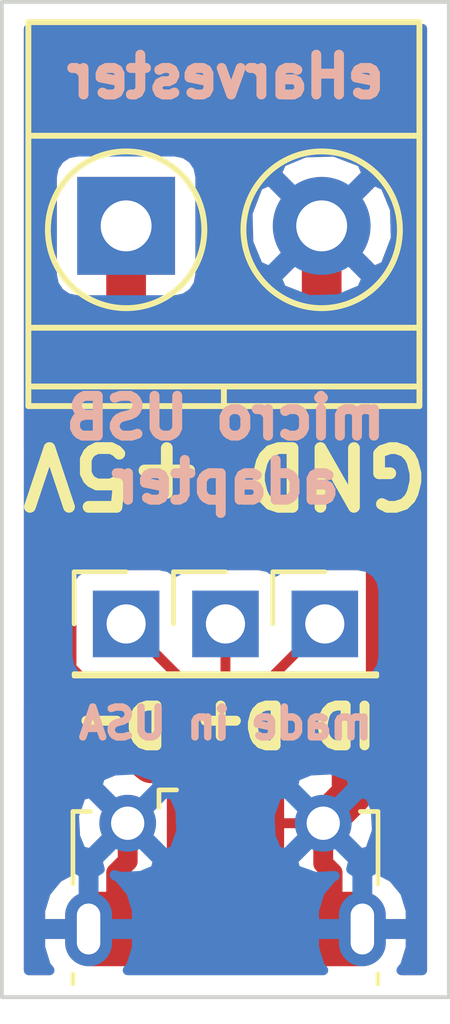
<source format=kicad_pcb>
(kicad_pcb (version 20171130) (host pcbnew 5.0.2-bee76a0~70~ubuntu16.04.1)

  (general
    (thickness 1.1938)
    (drawings 9)
    (tracks 33)
    (zones 0)
    (modules 5)
    (nets 6)
  )

  (page A4)
  (layers
    (0 F.Cu signal)
    (31 B.Cu signal)
    (36 B.SilkS user)
    (37 F.SilkS user)
    (38 B.Mask user)
    (39 F.Mask user)
    (44 Edge.Cuts user)
    (45 Margin user hide)
    (46 B.CrtYd user hide)
    (47 F.CrtYd user hide)
  )

  (setup
    (last_trace_width 0.1524)
    (user_trace_width 0.254)
    (user_trace_width 0.508)
    (user_trace_width 1.016)
    (trace_clearance 0.1524)
    (zone_clearance 0.508)
    (zone_45_only no)
    (trace_min 0.1524)
    (segment_width 0.2)
    (edge_width 0.1)
    (via_size 0.6858)
    (via_drill 0.3302)
    (via_min_size 0.6858)
    (via_min_drill 0.3302)
    (uvia_size 0.6858)
    (uvia_drill 0.3302)
    (uvias_allowed no)
    (uvia_min_size 0.2)
    (uvia_min_drill 0.1)
    (pcb_text_width 0.3)
    (pcb_text_size 1.5 1.5)
    (mod_edge_width 0.15)
    (mod_text_size 1 1)
    (mod_text_width 0.15)
    (pad_size 1.5 1.5)
    (pad_drill 0.6)
    (pad_to_mask_clearance 0.0254)
    (aux_axis_origin 0 0)
    (visible_elements FFFFFF7F)
    (pcbplotparams
      (layerselection 0x010fc_ffffffff)
      (usegerberextensions false)
      (usegerberattributes false)
      (usegerberadvancedattributes false)
      (creategerberjobfile false)
      (excludeedgelayer true)
      (linewidth 0.100000)
      (plotframeref false)
      (viasonmask false)
      (mode 1)
      (useauxorigin false)
      (hpglpennumber 1)
      (hpglpenspeed 20)
      (hpglpendiameter 15.000000)
      (psnegative false)
      (psa4output false)
      (plotreference true)
      (plotvalue true)
      (plotinvisibletext false)
      (padsonsilk false)
      (subtractmaskfromsilk false)
      (outputformat 1)
      (mirror false)
      (drillshape 1)
      (scaleselection 1)
      (outputdirectory ""))
  )

  (net 0 "")
  (net 1 GNDD)
  (net 2 "Net-(J1-Pad1)")
  (net 3 "Net-(J1-Pad2)")
  (net 4 "Net-(J1-Pad4)")
  (net 5 "Net-(J1-Pad3)")

  (net_class Default "This is the default net class."
    (clearance 0.1524)
    (trace_width 0.1524)
    (via_dia 0.6858)
    (via_drill 0.3302)
    (uvia_dia 0.6858)
    (uvia_drill 0.3302)
    (add_net GNDD)
    (add_net "Net-(J1-Pad1)")
    (add_net "Net-(J1-Pad2)")
    (add_net "Net-(J1-Pad3)")
    (add_net "Net-(J1-Pad4)")
  )

  (module MyKiCAD:USB_Micro-B_Molex-105017-0001 (layer F.Cu) (tedit 5D0EE649) (tstamp 5D0ED19C)
    (at 160.02 92.909001)
    (descr http://www.molex.com/pdm_docs/sd/1050170001_sd.pdf)
    (tags "Micro-USB SMD Typ-B")
    (path /5C81BDEF)
    (attr smd)
    (fp_text reference J1 (at 0 -3.1125) (layer F.SilkS) hide
      (effects (font (size 1 1) (thickness 0.15)))
    )
    (fp_text value USB_B_Mini (at 0.3 4.3375) (layer F.Fab)
      (effects (font (size 1 1) (thickness 0.15)))
    )
    (fp_text user "PCB Edge" (at 0 2.6875) (layer Dwgs.User)
      (effects (font (size 0.5 0.5) (thickness 0.08)))
    )
    (fp_text user %R (at 0 0.8875) (layer F.Fab)
      (effects (font (size 1 1) (thickness 0.15)))
    )
    (fp_line (start -4.4 3.64) (end 4.4 3.64) (layer F.CrtYd) (width 0.05))
    (fp_line (start 4.4 -2.46) (end 4.4 3.64) (layer F.CrtYd) (width 0.05))
    (fp_line (start -4.4 -2.46) (end 4.4 -2.46) (layer F.CrtYd) (width 0.05))
    (fp_line (start -4.4 3.64) (end -4.4 -2.46) (layer F.CrtYd) (width 0.05))
    (fp_line (start -3.9 -1.7625) (end -3.45 -1.7625) (layer F.SilkS) (width 0.12))
    (fp_line (start -3.9 0.0875) (end -3.9 -1.7625) (layer F.SilkS) (width 0.12))
    (fp_line (start 3.9 2.6375) (end 3.9 2.3875) (layer F.SilkS) (width 0.12))
    (fp_line (start 3.75 3.3875) (end 3.75 -1.6125) (layer F.Fab) (width 0.1))
    (fp_line (start -3 2.689204) (end 3 2.689204) (layer F.Fab) (width 0.1))
    (fp_line (start -3.75 3.389204) (end 3.75 3.389204) (layer F.Fab) (width 0.1))
    (fp_line (start -3.75 -1.6125) (end 3.75 -1.6125) (layer F.Fab) (width 0.1))
    (fp_line (start -3.75 3.3875) (end -3.75 -1.6125) (layer F.Fab) (width 0.1))
    (fp_line (start -3.9 2.6375) (end -3.9 2.3875) (layer F.SilkS) (width 0.12))
    (fp_line (start 3.9 0.0875) (end 3.9 -1.7625) (layer F.SilkS) (width 0.12))
    (fp_line (start 3.9 -1.7625) (end 3.45 -1.7625) (layer F.SilkS) (width 0.12))
    (fp_line (start -1.7 -2.3125) (end -1.25 -2.3125) (layer F.SilkS) (width 0.12))
    (fp_line (start -1.7 -2.3125) (end -1.7 -1.8625) (layer F.SilkS) (width 0.12))
    (fp_line (start -1.3 -1.7125) (end -1.5 -1.9125) (layer F.Fab) (width 0.1))
    (fp_line (start -1.1 -1.9125) (end -1.3 -1.7125) (layer F.Fab) (width 0.1))
    (fp_line (start -1.5 -2.1225) (end -1.1 -2.1225) (layer F.Fab) (width 0.1))
    (fp_line (start -1.5 -2.1225) (end -1.5 -1.9125) (layer F.Fab) (width 0.1))
    (fp_line (start -1.1 -2.1225) (end -1.1 -1.9125) (layer F.Fab) (width 0.1))
    (pad 6 smd rect (at 1 1.2375) (size 1.5 1.9) (layers F.Cu F.Paste F.Mask)
      (net 1 GNDD))
    (pad 6 thru_hole circle (at -2.5 -1.4625) (size 1.45 1.45) (drill 0.85) (layers *.Cu *.Mask)
      (net 1 GNDD))
    (pad 2 smd rect (at -0.65 -1.4625) (size 0.4 1.35) (layers F.Cu F.Paste F.Mask)
      (net 3 "Net-(J1-Pad2)"))
    (pad 1 smd rect (at -1.3 -1.4625) (size 0.4 1.35) (layers F.Cu F.Paste F.Mask)
      (net 2 "Net-(J1-Pad1)"))
    (pad 5 smd rect (at 1.3 -1.4625) (size 0.4 1.35) (layers F.Cu F.Paste F.Mask)
      (net 1 GNDD))
    (pad 4 smd rect (at 0.65 -1.4625) (size 0.4 1.35) (layers F.Cu F.Paste F.Mask)
      (net 4 "Net-(J1-Pad4)"))
    (pad 3 smd rect (at 0 -1.4625) (size 0.4 1.35) (layers F.Cu F.Paste F.Mask)
      (net 5 "Net-(J1-Pad3)"))
    (pad 6 thru_hole circle (at 2.5 -1.4625) (size 1.45 1.45) (drill 0.85) (layers *.Cu *.Mask)
      (net 1 GNDD))
    (pad 6 smd rect (at -1 1.2375) (size 1.5 1.9) (layers F.Cu F.Paste F.Mask)
      (net 1 GNDD))
    (pad 6 thru_hole oval (at -3.5 1.2375 180) (size 1.2 1.9) (drill oval 0.6 1.3) (layers *.Cu *.Mask)
      (net 1 GNDD))
    (pad 6 thru_hole oval (at 3.5 1.2375) (size 1.2 1.9) (drill oval 0.6 1.3) (layers *.Cu *.Mask)
      (net 1 GNDD))
    (pad 6 smd rect (at 2.9 1.2375) (size 1.2 1.9) (layers F.Cu F.Mask)
      (net 1 GNDD))
    (pad 6 smd rect (at -2.9 1.2375) (size 1.2 1.9) (layers F.Cu F.Mask)
      (net 1 GNDD))
    (model ${KISYS3DMOD}/Connector_USB.3dshapes/USB_Micro-B_Molex-105017-0001.wrl
      (at (xyz 0 0 0))
      (scale (xyz 1 1 1))
      (rotate (xyz 0 0 0))
    )
  )

  (module Pin_Headers:Pin_Header_Straight_1x01_Pitch2.54mm (layer F.Cu) (tedit 5D0EE643) (tstamp 5D0EC8BF)
    (at 162.56 86.36)
    (descr "Through hole straight pin header, 1x01, 2.54mm pitch, single row")
    (tags "Through hole pin header THT 1x01 2.54mm single row")
    (path /5D0EBF09)
    (fp_text reference M3 (at 0 -2.33) (layer F.SilkS) hide
      (effects (font (size 1 1) (thickness 0.15)))
    )
    (fp_text value PIN-HEADER (at 0 2.33) (layer F.Fab)
      (effects (font (size 1 1) (thickness 0.15)))
    )
    (fp_text user %R (at 0 0 90) (layer F.Fab)
      (effects (font (size 1 1) (thickness 0.15)))
    )
    (fp_line (start 1.8 -1.8) (end -1.8 -1.8) (layer F.CrtYd) (width 0.05))
    (fp_line (start 1.8 1.8) (end 1.8 -1.8) (layer F.CrtYd) (width 0.05))
    (fp_line (start -1.8 1.8) (end 1.8 1.8) (layer F.CrtYd) (width 0.05))
    (fp_line (start -1.8 -1.8) (end -1.8 1.8) (layer F.CrtYd) (width 0.05))
    (fp_line (start -1.33 -1.33) (end 0 -1.33) (layer F.SilkS) (width 0.12))
    (fp_line (start -1.33 0) (end -1.33 -1.33) (layer F.SilkS) (width 0.12))
    (fp_line (start -1.33 1.27) (end 1.33 1.27) (layer F.SilkS) (width 0.12))
    (fp_line (start 1.33 1.27) (end 1.33 1.33) (layer F.SilkS) (width 0.12))
    (fp_line (start -1.33 1.27) (end -1.33 1.33) (layer F.SilkS) (width 0.12))
    (fp_line (start -1.33 1.33) (end 1.33 1.33) (layer F.SilkS) (width 0.12))
    (fp_line (start -1.27 -0.635) (end -0.635 -1.27) (layer F.Fab) (width 0.1))
    (fp_line (start -1.27 1.27) (end -1.27 -0.635) (layer F.Fab) (width 0.1))
    (fp_line (start 1.27 1.27) (end -1.27 1.27) (layer F.Fab) (width 0.1))
    (fp_line (start 1.27 -1.27) (end 1.27 1.27) (layer F.Fab) (width 0.1))
    (fp_line (start -0.635 -1.27) (end 1.27 -1.27) (layer F.Fab) (width 0.1))
    (pad 1 thru_hole rect (at 0 0) (size 1.7 1.7) (drill 1) (layers *.Cu *.Mask)
      (net 4 "Net-(J1-Pad4)"))
    (model ${KISYS3DMOD}/Pin_Headers.3dshapes/Pin_Header_Straight_1x01_Pitch2.54mm.wrl
      (at (xyz 0 0 0))
      (scale (xyz 1 1 1))
      (rotate (xyz 0 0 0))
    )
  )

  (module Pin_Headers:Pin_Header_Straight_1x01_Pitch2.54mm (layer F.Cu) (tedit 5D0EE63A) (tstamp 5D0ECF3B)
    (at 157.48 86.36)
    (descr "Through hole straight pin header, 1x01, 2.54mm pitch, single row")
    (tags "Through hole pin header THT 1x01 2.54mm single row")
    (path /5D0EBEF1)
    (fp_text reference M2 (at 0 -2.33) (layer F.SilkS) hide
      (effects (font (size 1 1) (thickness 0.15)))
    )
    (fp_text value PIN-HEADER (at 0 2.33) (layer F.Fab)
      (effects (font (size 1 1) (thickness 0.15)))
    )
    (fp_line (start -0.635 -1.27) (end 1.27 -1.27) (layer F.Fab) (width 0.1))
    (fp_line (start 1.27 -1.27) (end 1.27 1.27) (layer F.Fab) (width 0.1))
    (fp_line (start 1.27 1.27) (end -1.27 1.27) (layer F.Fab) (width 0.1))
    (fp_line (start -1.27 1.27) (end -1.27 -0.635) (layer F.Fab) (width 0.1))
    (fp_line (start -1.27 -0.635) (end -0.635 -1.27) (layer F.Fab) (width 0.1))
    (fp_line (start -1.33 1.33) (end 1.33 1.33) (layer F.SilkS) (width 0.12))
    (fp_line (start -1.33 1.27) (end -1.33 1.33) (layer F.SilkS) (width 0.12))
    (fp_line (start 1.33 1.27) (end 1.33 1.33) (layer F.SilkS) (width 0.12))
    (fp_line (start -1.33 1.27) (end 1.33 1.27) (layer F.SilkS) (width 0.12))
    (fp_line (start -1.33 0) (end -1.33 -1.33) (layer F.SilkS) (width 0.12))
    (fp_line (start -1.33 -1.33) (end 0 -1.33) (layer F.SilkS) (width 0.12))
    (fp_line (start -1.8 -1.8) (end -1.8 1.8) (layer F.CrtYd) (width 0.05))
    (fp_line (start -1.8 1.8) (end 1.8 1.8) (layer F.CrtYd) (width 0.05))
    (fp_line (start 1.8 1.8) (end 1.8 -1.8) (layer F.CrtYd) (width 0.05))
    (fp_line (start 1.8 -1.8) (end -1.8 -1.8) (layer F.CrtYd) (width 0.05))
    (fp_text user %R (at 0 0 90) (layer F.Fab)
      (effects (font (size 1 1) (thickness 0.15)))
    )
    (pad 1 thru_hole rect (at 0 0) (size 1.7 1.7) (drill 1) (layers *.Cu *.Mask)
      (net 3 "Net-(J1-Pad2)"))
    (model ${KISYS3DMOD}/Pin_Headers.3dshapes/Pin_Header_Straight_1x01_Pitch2.54mm.wrl
      (at (xyz 0 0 0))
      (scale (xyz 1 1 1))
      (rotate (xyz 0 0 0))
    )
  )

  (module Pin_Headers:Pin_Header_Straight_1x01_Pitch2.54mm (layer F.Cu) (tedit 5D0EE63F) (tstamp 5D0EC895)
    (at 160.02 86.36)
    (descr "Through hole straight pin header, 1x01, 2.54mm pitch, single row")
    (tags "Through hole pin header THT 1x01 2.54mm single row")
    (path /5D0EBD0C)
    (fp_text reference M1 (at 0 -2.33) (layer F.SilkS) hide
      (effects (font (size 1 1) (thickness 0.15)))
    )
    (fp_text value PIN-HEADER (at 0 2.33) (layer F.Fab)
      (effects (font (size 1 1) (thickness 0.15)))
    )
    (fp_text user %R (at 0 0 90) (layer F.Fab)
      (effects (font (size 1 1) (thickness 0.15)))
    )
    (fp_line (start 1.8 -1.8) (end -1.8 -1.8) (layer F.CrtYd) (width 0.05))
    (fp_line (start 1.8 1.8) (end 1.8 -1.8) (layer F.CrtYd) (width 0.05))
    (fp_line (start -1.8 1.8) (end 1.8 1.8) (layer F.CrtYd) (width 0.05))
    (fp_line (start -1.8 -1.8) (end -1.8 1.8) (layer F.CrtYd) (width 0.05))
    (fp_line (start -1.33 -1.33) (end 0 -1.33) (layer F.SilkS) (width 0.12))
    (fp_line (start -1.33 0) (end -1.33 -1.33) (layer F.SilkS) (width 0.12))
    (fp_line (start -1.33 1.27) (end 1.33 1.27) (layer F.SilkS) (width 0.12))
    (fp_line (start 1.33 1.27) (end 1.33 1.33) (layer F.SilkS) (width 0.12))
    (fp_line (start -1.33 1.27) (end -1.33 1.33) (layer F.SilkS) (width 0.12))
    (fp_line (start -1.33 1.33) (end 1.33 1.33) (layer F.SilkS) (width 0.12))
    (fp_line (start -1.27 -0.635) (end -0.635 -1.27) (layer F.Fab) (width 0.1))
    (fp_line (start -1.27 1.27) (end -1.27 -0.635) (layer F.Fab) (width 0.1))
    (fp_line (start 1.27 1.27) (end -1.27 1.27) (layer F.Fab) (width 0.1))
    (fp_line (start 1.27 -1.27) (end 1.27 1.27) (layer F.Fab) (width 0.1))
    (fp_line (start -0.635 -1.27) (end 1.27 -1.27) (layer F.Fab) (width 0.1))
    (pad 1 thru_hole rect (at 0 0) (size 1.7 1.7) (drill 1) (layers *.Cu *.Mask)
      (net 5 "Net-(J1-Pad3)"))
    (model ${KISYS3DMOD}/Pin_Headers.3dshapes/Pin_Header_Straight_1x01_Pitch2.54mm.wrl
      (at (xyz 0 0 0))
      (scale (xyz 1 1 1))
      (rotate (xyz 0 0 0))
    )
  )

  (module TerminalBlocks_Phoenix:TerminalBlock_Phoenix_MKDS1.5-2pol (layer F.Cu) (tedit 5D0EE636) (tstamp 5D0ED0D3)
    (at 157.48 76.2)
    (descr "2-way 5mm pitch terminal block, Phoenix MKDS series")
    (path /5D0EBA7A)
    (fp_text reference J2 (at 2.5 5.9) (layer F.SilkS) hide
      (effects (font (size 1 1) (thickness 0.15)))
    )
    (fp_text value Screw_Terminal_01x02 (at 2.5 -6.6) (layer F.Fab)
      (effects (font (size 1 1) (thickness 0.15)))
    )
    (fp_circle (center 0 0.1) (end 2 0.1) (layer F.SilkS) (width 0.15))
    (fp_circle (center 5 0.1) (end 3 0.1) (layer F.SilkS) (width 0.15))
    (fp_line (start -2.5 -5.2) (end -2.5 4.6) (layer F.SilkS) (width 0.15))
    (fp_line (start 7.5 -5.2) (end -2.5 -5.2) (layer F.SilkS) (width 0.15))
    (fp_line (start 7.5 4.6) (end 7.5 -5.2) (layer F.SilkS) (width 0.15))
    (fp_line (start -2.5 4.6) (end 7.5 4.6) (layer F.SilkS) (width 0.15))
    (fp_line (start -2.5 4.1) (end 7.5 4.1) (layer F.SilkS) (width 0.15))
    (fp_line (start -2.5 -2.3) (end 7.5 -2.3) (layer F.SilkS) (width 0.15))
    (fp_line (start -2.5 2.6) (end 7.5 2.6) (layer F.SilkS) (width 0.15))
    (fp_line (start 2.5 4.1) (end 2.5 4.6) (layer F.SilkS) (width 0.15))
    (fp_line (start 7.7 -5.4) (end 7.7 4.8) (layer F.CrtYd) (width 0.05))
    (fp_line (start 7.7 4.8) (end -2.7 4.8) (layer F.CrtYd) (width 0.05))
    (fp_line (start -2.7 4.8) (end -2.7 -5.4) (layer F.CrtYd) (width 0.05))
    (fp_line (start -2.7 -5.4) (end 7.7 -5.4) (layer F.CrtYd) (width 0.05))
    (fp_text user %R (at 2.5 0) (layer F.Fab)
      (effects (font (size 1 1) (thickness 0.15)))
    )
    (pad 2 thru_hole circle (at 5 0) (size 2.5 2.5) (drill 1.3) (layers *.Cu *.Mask)
      (net 1 GNDD))
    (pad 1 thru_hole rect (at 0 0) (size 2.5 2.5) (drill 1.3) (layers *.Cu *.Mask)
      (net 2 "Net-(J1-Pad1)"))
    (model ${KISYS3DMOD}/TerminalBlock_Phoenix.3dshapes/TerminalBlock_Phoenix_MKDS1.5-2pol.wrl
      (offset (xyz 2.499359962463379 0 0))
      (scale (xyz 1 1 1))
      (rotate (xyz 0 0 0))
    )
  )

  (gr_text "made in USA" (at 160.02 88.9) (layer B.SilkS)
    (effects (font (size 0.762 0.762) (thickness 0.1905)) (justify mirror))
  )
  (gr_text "micro USB\nadapter" (at 160.02 81.915) (layer B.SilkS)
    (effects (font (size 1.016 1.016) (thickness 0.254)) (justify mirror))
  )
  (gr_text eHarvester (at 160.02 72.39) (layer B.SilkS)
    (effects (font (size 1.016 1.016) (thickness 0.254)) (justify mirror))
  )
  (gr_text "ID D+ D-" (at 160.02 88.9 180) (layer F.SilkS)
    (effects (font (size 1.016 1.016) (thickness 0.254)))
  )
  (gr_text "GND +5V" (at 160.02 82.55 180) (layer F.SilkS)
    (effects (font (size 1.5 1.5) (thickness 0.3)))
  )
  (gr_line (start 154.305 95.885) (end 154.305 70.485) (layer Edge.Cuts) (width 0.1))
  (gr_line (start 165.735 95.885) (end 154.305 95.885) (layer Edge.Cuts) (width 0.1))
  (gr_line (start 165.735 70.485) (end 165.735 95.885) (layer Edge.Cuts) (width 0.1))
  (gr_line (start 154.305 70.485) (end 165.735 70.485) (layer Edge.Cuts) (width 0.1))

  (segment (start 161.32 91.446501) (end 162.52 91.446501) (width 0.254) (layer F.Cu) (net 1))
  (segment (start 162.48 80.946) (end 162.48 78.74) (width 1.016) (layer F.Cu) (net 1))
  (segment (start 164.118001 82.584001) (end 162.48 80.946) (width 1.016) (layer F.Cu) (net 1))
  (segment (start 162.52 91.446501) (end 163.244999 90.721502) (width 1.016) (layer F.Cu) (net 1))
  (segment (start 163.244999 90.721502) (end 163.244999 88.723001) (width 1.016) (layer F.Cu) (net 1))
  (segment (start 163.244999 88.723001) (end 164.118001 87.849999) (width 1.016) (layer F.Cu) (net 1))
  (segment (start 164.118001 87.849999) (end 164.118001 82.584001) (width 1.016) (layer F.Cu) (net 1))
  (segment (start 155.868501 94.146501) (end 156.52 94.146501) (width 0.508) (layer F.Cu) (net 1))
  (segment (start 157.12 94.146501) (end 159.02 94.146501) (width 0.508) (layer F.Cu) (net 1))
  (segment (start 159.02 94.146501) (end 161.02 94.146501) (width 0.508) (layer F.Cu) (net 1))
  (segment (start 161.02 94.146501) (end 163.52 94.146501) (width 0.508) (layer F.Cu) (net 1))
  (segment (start 157.52 91.446501) (end 157.52 92.416) (width 0.508) (layer F.Cu) (net 1))
  (segment (start 157.52 92.416) (end 157.226 92.71) (width 0.508) (layer F.Cu) (net 1))
  (segment (start 157.226 94.040501) (end 157.12 94.146501) (width 0.508) (layer F.Cu) (net 1))
  (segment (start 157.226 92.71) (end 157.226 94.040501) (width 0.508) (layer F.Cu) (net 1))
  (segment (start 162.52 92.471805) (end 162.758195 92.71) (width 0.508) (layer F.Cu) (net 1))
  (segment (start 162.52 91.446501) (end 162.52 92.471805) (width 0.508) (layer F.Cu) (net 1))
  (segment (start 162.758195 93.984696) (end 162.92 94.146501) (width 0.508) (layer F.Cu) (net 1))
  (segment (start 162.758195 92.71) (end 162.758195 93.984696) (width 0.508) (layer F.Cu) (net 1))
  (segment (start 162.48 78.74) (end 162.48 76.2) (width 1.016) (layer F.Cu) (net 1))
  (segment (start 158.72 90.517501) (end 157.610499 89.408) (width 0.254) (layer F.Cu) (net 2))
  (segment (start 158.72 91.446501) (end 158.72 90.517501) (width 0.254) (layer F.Cu) (net 2))
  (segment (start 157.48 81.006) (end 157.48 78.74) (width 1.016) (layer F.Cu) (net 2))
  (segment (start 158.118499 89.916) (end 157.48 89.408) (width 1.016) (layer F.Cu) (net 2))
  (segment (start 155.702 82.784) (end 157.48 81.006) (width 1.016) (layer F.Cu) (net 2))
  (segment (start 157.48 89.408) (end 155.702 87.63) (width 1.016) (layer F.Cu) (net 2))
  (segment (start 155.702 87.63) (end 155.702 82.784) (width 1.016) (layer F.Cu) (net 2))
  (segment (start 157.48 78.74) (end 157.48 76.2) (width 1.016) (layer F.Cu) (net 2))
  (segment (start 159.37 88.25) (end 157.48 86.36) (width 0.254) (layer F.Cu) (net 3))
  (segment (start 159.37 91.446501) (end 159.37 88.25) (width 0.254) (layer F.Cu) (net 3))
  (segment (start 160.67 88.25) (end 162.56 86.36) (width 0.254) (layer F.Cu) (net 4))
  (segment (start 160.67 91.446501) (end 160.67 88.25) (width 0.254) (layer F.Cu) (net 4))
  (segment (start 160.02 91.446501) (end 160.02 86.36) (width 0.254) (layer F.Cu) (net 5))

  (zone (net 1) (net_name GNDD) (layer F.Cu) (tstamp 0) (hatch edge 0.508)
    (connect_pads (clearance 0.508))
    (min_thickness 0.254)
    (fill yes (arc_segments 16) (thermal_gap 0.508) (thermal_bridge_width 0.508))
    (polygon
      (pts
        (xy 154.305 70.485) (xy 165.735 70.485) (xy 165.735 95.885) (xy 154.305 95.885)
      )
    )
    (filled_polygon
      (pts
        (xy 165.050001 95.2) (xy 164.518381 95.2) (xy 164.61239 95.086448) (xy 164.755 94.623501) (xy 164.755 94.273501)
        (xy 161.147 94.273501) (xy 161.147 94.293501) (xy 160.893 94.293501) (xy 160.893 94.273501) (xy 159.147 94.273501)
        (xy 159.147 94.293501) (xy 158.893 94.293501) (xy 158.893 94.273501) (xy 155.285 94.273501) (xy 155.285 94.623501)
        (xy 155.42761 95.086448) (xy 155.521619 95.2) (xy 154.99 95.2) (xy 154.99 91.247647) (xy 156.147688 91.247647)
        (xy 156.176051 91.787945) (xy 156.328247 92.155379) (xy 156.566602 92.220294) (xy 157.340395 91.446501) (xy 156.566602 90.672708)
        (xy 156.328247 90.737623) (xy 156.147688 91.247647) (xy 154.99 91.247647) (xy 154.99 88.534445) (xy 156.638222 90.182668)
        (xy 156.680276 90.232355) (xy 156.717623 90.262069) (xy 156.751377 90.295823) (xy 156.792459 90.323273) (xy 156.746207 90.493103)
        (xy 157.52 91.266896) (xy 157.534143 91.252754) (xy 157.713748 91.432359) (xy 157.699605 91.446501) (xy 157.713748 91.460644)
        (xy 157.534143 91.640249) (xy 157.52 91.626106) (xy 156.746207 92.399899) (xy 156.790219 92.561501) (xy 156.392998 92.561501)
        (xy 156.392998 92.561788) (xy 156.237672 92.626126) (xy 156.202391 92.603039) (xy 156.164719 92.606909) (xy 155.736526 92.833421)
        (xy 155.42761 93.206554) (xy 155.285 93.669501) (xy 155.285 94.019501) (xy 158.893 94.019501) (xy 158.893 93.999501)
        (xy 159.147 93.999501) (xy 159.147 94.019501) (xy 160.893 94.019501) (xy 160.893 93.999501) (xy 161.147 93.999501)
        (xy 161.147 94.019501) (xy 164.755 94.019501) (xy 164.755 93.669501) (xy 164.61239 93.206554) (xy 164.303474 92.833421)
        (xy 163.875281 92.606909) (xy 163.837609 92.603039) (xy 163.802328 92.626126) (xy 163.647002 92.561788) (xy 163.647002 92.561501)
        (xy 163.249781 92.561501) (xy 163.293793 92.399899) (xy 162.52 91.626106) (xy 162.505858 91.640249) (xy 162.326253 91.460644)
        (xy 162.340395 91.446501) (xy 162.699605 91.446501) (xy 163.473398 92.220294) (xy 163.711753 92.155379) (xy 163.892312 91.645355)
        (xy 163.863949 91.105057) (xy 163.711753 90.737623) (xy 163.473398 90.672708) (xy 162.699605 91.446501) (xy 162.340395 91.446501)
        (xy 162.326253 91.432359) (xy 162.505858 91.252754) (xy 162.52 91.266896) (xy 163.293793 90.493103) (xy 163.228878 90.254748)
        (xy 162.718854 90.074189) (xy 162.178556 90.102552) (xy 161.871452 90.229758) (xy 161.646309 90.136501) (xy 161.57875 90.136501)
        (xy 161.447002 90.268249) (xy 161.447002 90.136501) (xy 161.432 90.136501) (xy 161.432 88.56563) (xy 162.14019 87.85744)
        (xy 163.41 87.85744) (xy 163.657765 87.808157) (xy 163.867809 87.667809) (xy 164.008157 87.457765) (xy 164.05744 87.21)
        (xy 164.05744 85.51) (xy 164.008157 85.262235) (xy 163.867809 85.052191) (xy 163.657765 84.911843) (xy 163.41 84.86256)
        (xy 161.71 84.86256) (xy 161.462235 84.911843) (xy 161.29 85.026928) (xy 161.117765 84.911843) (xy 160.87 84.86256)
        (xy 159.17 84.86256) (xy 158.922235 84.911843) (xy 158.75 85.026928) (xy 158.577765 84.911843) (xy 158.33 84.86256)
        (xy 156.845 84.86256) (xy 156.845 83.257445) (xy 158.208621 81.893825) (xy 158.304057 81.830057) (xy 158.556682 81.451976)
        (xy 158.623 81.118572) (xy 158.623 81.118571) (xy 158.645392 81.006) (xy 158.623 80.893429) (xy 158.623 78.09744)
        (xy 158.73 78.09744) (xy 158.977765 78.048157) (xy 159.187809 77.907809) (xy 159.328157 77.697765) (xy 159.360866 77.53332)
        (xy 161.326285 77.53332) (xy 161.455533 77.826123) (xy 162.155806 78.094388) (xy 162.905435 78.07425) (xy 163.504467 77.826123)
        (xy 163.633715 77.53332) (xy 162.48 76.379605) (xy 161.326285 77.53332) (xy 159.360866 77.53332) (xy 159.37744 77.45)
        (xy 159.37744 75.875806) (xy 160.585612 75.875806) (xy 160.60575 76.625435) (xy 160.853877 77.224467) (xy 161.14668 77.353715)
        (xy 162.300395 76.2) (xy 162.659605 76.2) (xy 163.81332 77.353715) (xy 164.106123 77.224467) (xy 164.374388 76.524194)
        (xy 164.35425 75.774565) (xy 164.106123 75.175533) (xy 163.81332 75.046285) (xy 162.659605 76.2) (xy 162.300395 76.2)
        (xy 161.14668 75.046285) (xy 160.853877 75.175533) (xy 160.585612 75.875806) (xy 159.37744 75.875806) (xy 159.37744 74.95)
        (xy 159.360867 74.86668) (xy 161.326285 74.86668) (xy 162.48 76.020395) (xy 163.633715 74.86668) (xy 163.504467 74.573877)
        (xy 162.804194 74.305612) (xy 162.054565 74.32575) (xy 161.455533 74.573877) (xy 161.326285 74.86668) (xy 159.360867 74.86668)
        (xy 159.328157 74.702235) (xy 159.187809 74.492191) (xy 158.977765 74.351843) (xy 158.73 74.30256) (xy 156.23 74.30256)
        (xy 155.982235 74.351843) (xy 155.772191 74.492191) (xy 155.631843 74.702235) (xy 155.58256 74.95) (xy 155.58256 77.45)
        (xy 155.631843 77.697765) (xy 155.772191 77.907809) (xy 155.982235 78.048157) (xy 156.23 78.09744) (xy 156.337 78.09744)
        (xy 156.337 78.852571) (xy 156.337001 78.852576) (xy 156.337 80.532554) (xy 154.99 81.879555) (xy 154.99 71.17)
        (xy 165.05 71.17)
      )
    )
  )
  (zone (net 1) (net_name GNDD) (layer B.Cu) (tstamp 0) (hatch edge 0.508)
    (connect_pads (clearance 0.508))
    (min_thickness 0.254)
    (fill yes (arc_segments 16) (thermal_gap 0.508) (thermal_bridge_width 0.508))
    (polygon
      (pts
        (xy 154.305 70.485) (xy 165.735 70.485) (xy 165.735 95.885) (xy 154.305 95.885)
      )
    )
    (filled_polygon
      (pts
        (xy 165.050001 95.2) (xy 164.518381 95.2) (xy 164.61239 95.086448) (xy 164.755 94.623501) (xy 164.755 94.273501)
        (xy 163.647 94.273501) (xy 163.647 94.293501) (xy 163.393 94.293501) (xy 163.393 94.273501) (xy 162.285 94.273501)
        (xy 162.285 94.623501) (xy 162.42761 95.086448) (xy 162.521619 95.2) (xy 157.518381 95.2) (xy 157.61239 95.086448)
        (xy 157.755 94.623501) (xy 157.755 94.273501) (xy 156.647 94.273501) (xy 156.647 94.293501) (xy 156.393 94.293501)
        (xy 156.393 94.273501) (xy 155.285 94.273501) (xy 155.285 94.623501) (xy 155.42761 95.086448) (xy 155.521619 95.2)
        (xy 154.99 95.2) (xy 154.99 93.669501) (xy 155.285 93.669501) (xy 155.285 94.019501) (xy 156.393 94.019501)
        (xy 156.393 92.72777) (xy 156.647 92.72777) (xy 156.647 94.019501) (xy 157.755 94.019501) (xy 157.755 93.669501)
        (xy 157.61239 93.206554) (xy 157.303474 92.833421) (xy 157.184232 92.770343) (xy 157.321146 92.818813) (xy 157.861444 92.79045)
        (xy 158.228878 92.638254) (xy 158.293793 92.399899) (xy 161.746207 92.399899) (xy 161.811122 92.638254) (xy 162.321146 92.818813)
        (xy 162.812945 92.792996) (xy 162.736526 92.833421) (xy 162.42761 93.206554) (xy 162.285 93.669501) (xy 162.285 94.019501)
        (xy 163.393 94.019501) (xy 163.393 92.72777) (xy 163.647 92.72777) (xy 163.647 94.019501) (xy 164.755 94.019501)
        (xy 164.755 93.669501) (xy 164.61239 93.206554) (xy 164.303474 92.833421) (xy 163.875281 92.606909) (xy 163.837609 92.603039)
        (xy 163.647 92.72777) (xy 163.393 92.72777) (xy 163.233012 92.623077) (xy 163.293793 92.399899) (xy 162.52 91.626106)
        (xy 161.746207 92.399899) (xy 158.293793 92.399899) (xy 157.52 91.626106) (xy 156.746207 92.399899) (xy 156.806988 92.623077)
        (xy 156.647 92.72777) (xy 156.393 92.72777) (xy 156.202391 92.603039) (xy 156.164719 92.606909) (xy 155.736526 92.833421)
        (xy 155.42761 93.206554) (xy 155.285 93.669501) (xy 154.99 93.669501) (xy 154.99 91.247647) (xy 156.147688 91.247647)
        (xy 156.176051 91.787945) (xy 156.328247 92.155379) (xy 156.566602 92.220294) (xy 157.340395 91.446501) (xy 157.699605 91.446501)
        (xy 158.473398 92.220294) (xy 158.711753 92.155379) (xy 158.892312 91.645355) (xy 158.871435 91.247647) (xy 161.147688 91.247647)
        (xy 161.176051 91.787945) (xy 161.328247 92.155379) (xy 161.566602 92.220294) (xy 162.340395 91.446501) (xy 162.699605 91.446501)
        (xy 163.473398 92.220294) (xy 163.711753 92.155379) (xy 163.892312 91.645355) (xy 163.863949 91.105057) (xy 163.711753 90.737623)
        (xy 163.473398 90.672708) (xy 162.699605 91.446501) (xy 162.340395 91.446501) (xy 161.566602 90.672708) (xy 161.328247 90.737623)
        (xy 161.147688 91.247647) (xy 158.871435 91.247647) (xy 158.863949 91.105057) (xy 158.711753 90.737623) (xy 158.473398 90.672708)
        (xy 157.699605 91.446501) (xy 157.340395 91.446501) (xy 156.566602 90.672708) (xy 156.328247 90.737623) (xy 156.147688 91.247647)
        (xy 154.99 91.247647) (xy 154.99 90.493103) (xy 156.746207 90.493103) (xy 157.52 91.266896) (xy 158.293793 90.493103)
        (xy 161.746207 90.493103) (xy 162.52 91.266896) (xy 163.293793 90.493103) (xy 163.228878 90.254748) (xy 162.718854 90.074189)
        (xy 162.178556 90.102552) (xy 161.811122 90.254748) (xy 161.746207 90.493103) (xy 158.293793 90.493103) (xy 158.228878 90.254748)
        (xy 157.718854 90.074189) (xy 157.178556 90.102552) (xy 156.811122 90.254748) (xy 156.746207 90.493103) (xy 154.99 90.493103)
        (xy 154.99 85.51) (xy 155.98256 85.51) (xy 155.98256 87.21) (xy 156.031843 87.457765) (xy 156.172191 87.667809)
        (xy 156.382235 87.808157) (xy 156.63 87.85744) (xy 158.33 87.85744) (xy 158.577765 87.808157) (xy 158.75 87.693072)
        (xy 158.922235 87.808157) (xy 159.17 87.85744) (xy 160.87 87.85744) (xy 161.117765 87.808157) (xy 161.29 87.693072)
        (xy 161.462235 87.808157) (xy 161.71 87.85744) (xy 163.41 87.85744) (xy 163.657765 87.808157) (xy 163.867809 87.667809)
        (xy 164.008157 87.457765) (xy 164.05744 87.21) (xy 164.05744 85.51) (xy 164.008157 85.262235) (xy 163.867809 85.052191)
        (xy 163.657765 84.911843) (xy 163.41 84.86256) (xy 161.71 84.86256) (xy 161.462235 84.911843) (xy 161.29 85.026928)
        (xy 161.117765 84.911843) (xy 160.87 84.86256) (xy 159.17 84.86256) (xy 158.922235 84.911843) (xy 158.75 85.026928)
        (xy 158.577765 84.911843) (xy 158.33 84.86256) (xy 156.63 84.86256) (xy 156.382235 84.911843) (xy 156.172191 85.052191)
        (xy 156.031843 85.262235) (xy 155.98256 85.51) (xy 154.99 85.51) (xy 154.99 74.95) (xy 155.58256 74.95)
        (xy 155.58256 77.45) (xy 155.631843 77.697765) (xy 155.772191 77.907809) (xy 155.982235 78.048157) (xy 156.23 78.09744)
        (xy 158.73 78.09744) (xy 158.977765 78.048157) (xy 159.187809 77.907809) (xy 159.328157 77.697765) (xy 159.360866 77.53332)
        (xy 161.326285 77.53332) (xy 161.455533 77.826123) (xy 162.155806 78.094388) (xy 162.905435 78.07425) (xy 163.504467 77.826123)
        (xy 163.633715 77.53332) (xy 162.48 76.379605) (xy 161.326285 77.53332) (xy 159.360866 77.53332) (xy 159.37744 77.45)
        (xy 159.37744 75.875806) (xy 160.585612 75.875806) (xy 160.60575 76.625435) (xy 160.853877 77.224467) (xy 161.14668 77.353715)
        (xy 162.300395 76.2) (xy 162.659605 76.2) (xy 163.81332 77.353715) (xy 164.106123 77.224467) (xy 164.374388 76.524194)
        (xy 164.35425 75.774565) (xy 164.106123 75.175533) (xy 163.81332 75.046285) (xy 162.659605 76.2) (xy 162.300395 76.2)
        (xy 161.14668 75.046285) (xy 160.853877 75.175533) (xy 160.585612 75.875806) (xy 159.37744 75.875806) (xy 159.37744 74.95)
        (xy 159.360867 74.86668) (xy 161.326285 74.86668) (xy 162.48 76.020395) (xy 163.633715 74.86668) (xy 163.504467 74.573877)
        (xy 162.804194 74.305612) (xy 162.054565 74.32575) (xy 161.455533 74.573877) (xy 161.326285 74.86668) (xy 159.360867 74.86668)
        (xy 159.328157 74.702235) (xy 159.187809 74.492191) (xy 158.977765 74.351843) (xy 158.73 74.30256) (xy 156.23 74.30256)
        (xy 155.982235 74.351843) (xy 155.772191 74.492191) (xy 155.631843 74.702235) (xy 155.58256 74.95) (xy 154.99 74.95)
        (xy 154.99 71.17) (xy 165.05 71.17)
      )
    )
  )
)

</source>
